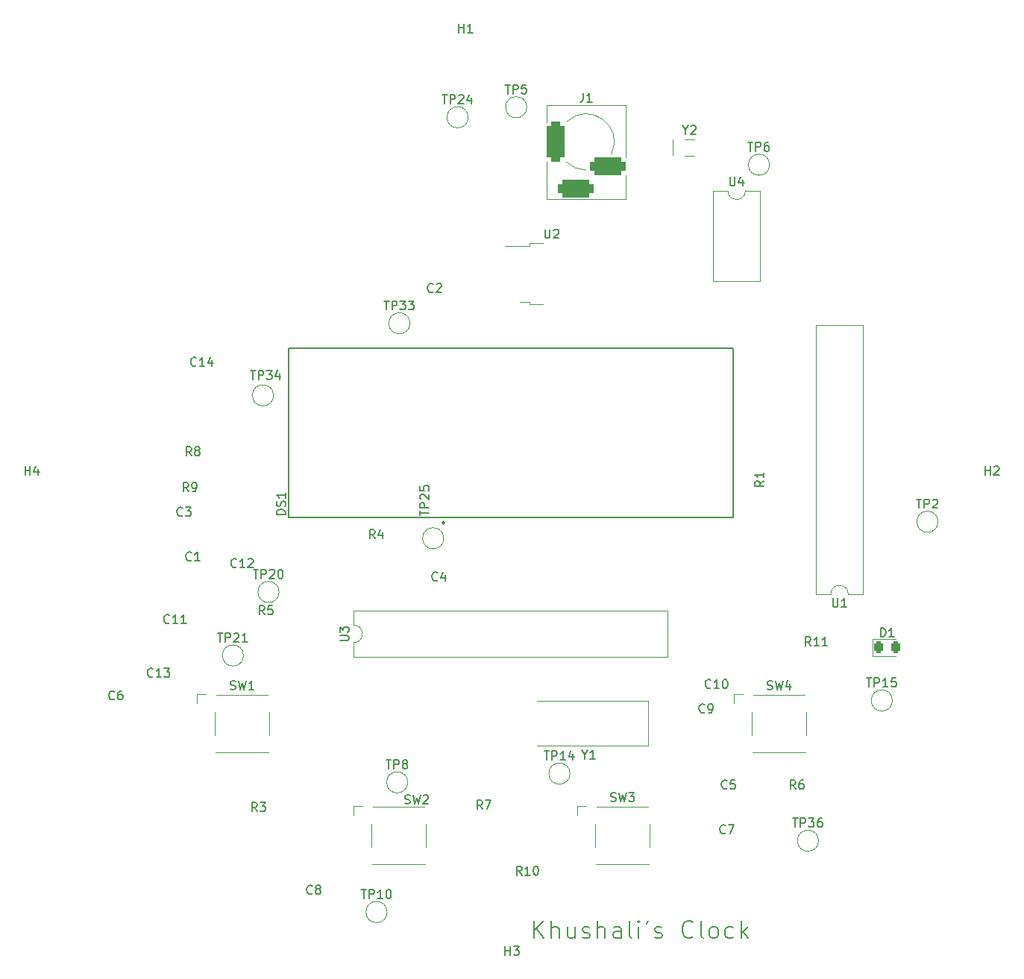
<source format=gbr>
%TF.GenerationSoftware,KiCad,Pcbnew,(6.0.5)*%
%TF.CreationDate,2022-07-22T15:05:17-04:00*%
%TF.ProjectId,circle_clock_design,63697263-6c65-45f6-936c-6f636b5f6465,rev?*%
%TF.SameCoordinates,PX56cacc8PY97b5f08*%
%TF.FileFunction,Legend,Top*%
%TF.FilePolarity,Positive*%
%FSLAX46Y46*%
G04 Gerber Fmt 4.6, Leading zero omitted, Abs format (unit mm)*
G04 Created by KiCad (PCBNEW (6.0.5)) date 2022-07-22 15:05:17*
%MOMM*%
%LPD*%
G01*
G04 APERTURE LIST*
G04 Aperture macros list*
%AMRoundRect*
0 Rectangle with rounded corners*
0 $1 Rounding radius*
0 $2 $3 $4 $5 $6 $7 $8 $9 X,Y pos of 4 corners*
0 Add a 4 corners polygon primitive as box body*
4,1,4,$2,$3,$4,$5,$6,$7,$8,$9,$2,$3,0*
0 Add four circle primitives for the rounded corners*
1,1,$1+$1,$2,$3*
1,1,$1+$1,$4,$5*
1,1,$1+$1,$6,$7*
1,1,$1+$1,$8,$9*
0 Add four rect primitives between the rounded corners*
20,1,$1+$1,$2,$3,$4,$5,0*
20,1,$1+$1,$4,$5,$6,$7,0*
20,1,$1+$1,$6,$7,$8,$9,0*
20,1,$1+$1,$8,$9,$2,$3,0*%
G04 Aperture macros list end*
%ADD10C,0.150000*%
%ADD11C,0.120000*%
%ADD12C,0.250000*%
%ADD13C,3.200000*%
%ADD14C,2.000000*%
%ADD15R,1.600000X1.600000*%
%ADD16O,1.600000X1.600000*%
%ADD17R,1.600000X1.400000*%
%ADD18R,1.150000X1.400000*%
%ADD19R,1.000000X1.800000*%
%ADD20R,4.500000X2.000000*%
%ADD21RoundRect,0.243750X-0.243750X-0.456250X0.243750X-0.456250X0.243750X0.456250X-0.243750X0.456250X0*%
%ADD22RoundRect,0.500000X0.500000X-1.750000X0.500000X1.750000X-0.500000X1.750000X-0.500000X-1.750000X0*%
%ADD23RoundRect,0.500000X-1.500000X-0.500000X1.500000X-0.500000X1.500000X0.500000X-1.500000X0.500000X0*%
%ADD24R,2.200000X1.200000*%
%ADD25R,6.400000X5.800000*%
%ADD26R,1.400000X1.150000*%
%ADD27R,1.400000X1.400000*%
%ADD28C,1.400000*%
%ADD29R,1.700000X1.700000*%
%ADD30O,1.700000X1.700000*%
%ADD31R,3.000000X3.000000*%
%ADD32C,3.000000*%
G04 APERTURE END LIST*
D10*
X61488561Y10220439D02*
X61488561Y12220439D01*
X62631419Y10220439D02*
X61774276Y11363296D01*
X62631419Y12220439D02*
X61488561Y11077581D01*
X63488561Y10220439D02*
X63488561Y12220439D01*
X64345704Y10220439D02*
X64345704Y11268058D01*
X64250466Y11458534D01*
X64059990Y11553772D01*
X63774276Y11553772D01*
X63583800Y11458534D01*
X63488561Y11363296D01*
X66155228Y11553772D02*
X66155228Y10220439D01*
X65298085Y11553772D02*
X65298085Y10506153D01*
X65393323Y10315677D01*
X65583800Y10220439D01*
X65869514Y10220439D01*
X66059990Y10315677D01*
X66155228Y10410915D01*
X67012371Y10315677D02*
X67202847Y10220439D01*
X67583800Y10220439D01*
X67774276Y10315677D01*
X67869514Y10506153D01*
X67869514Y10601391D01*
X67774276Y10791867D01*
X67583800Y10887105D01*
X67298085Y10887105D01*
X67107609Y10982343D01*
X67012371Y11172820D01*
X67012371Y11268058D01*
X67107609Y11458534D01*
X67298085Y11553772D01*
X67583800Y11553772D01*
X67774276Y11458534D01*
X68726657Y10220439D02*
X68726657Y12220439D01*
X69583800Y10220439D02*
X69583800Y11268058D01*
X69488561Y11458534D01*
X69298085Y11553772D01*
X69012371Y11553772D01*
X68821895Y11458534D01*
X68726657Y11363296D01*
X71393323Y10220439D02*
X71393323Y11268058D01*
X71298085Y11458534D01*
X71107609Y11553772D01*
X70726657Y11553772D01*
X70536180Y11458534D01*
X71393323Y10315677D02*
X71202847Y10220439D01*
X70726657Y10220439D01*
X70536180Y10315677D01*
X70440942Y10506153D01*
X70440942Y10696629D01*
X70536180Y10887105D01*
X70726657Y10982343D01*
X71202847Y10982343D01*
X71393323Y11077581D01*
X72631419Y10220439D02*
X72440942Y10315677D01*
X72345704Y10506153D01*
X72345704Y12220439D01*
X73393323Y10220439D02*
X73393323Y11553772D01*
X73393323Y12220439D02*
X73298085Y12125200D01*
X73393323Y12029962D01*
X73488561Y12125200D01*
X73393323Y12220439D01*
X73393323Y12029962D01*
X74440942Y12220439D02*
X74250466Y11839486D01*
X75202847Y10315677D02*
X75393323Y10220439D01*
X75774276Y10220439D01*
X75964752Y10315677D01*
X76059990Y10506153D01*
X76059990Y10601391D01*
X75964752Y10791867D01*
X75774276Y10887105D01*
X75488561Y10887105D01*
X75298085Y10982343D01*
X75202847Y11172820D01*
X75202847Y11268058D01*
X75298085Y11458534D01*
X75488561Y11553772D01*
X75774276Y11553772D01*
X75964752Y11458534D01*
X79583800Y10410915D02*
X79488561Y10315677D01*
X79202847Y10220439D01*
X79012371Y10220439D01*
X78726657Y10315677D01*
X78536180Y10506153D01*
X78440942Y10696629D01*
X78345704Y11077581D01*
X78345704Y11363296D01*
X78440942Y11744248D01*
X78536180Y11934724D01*
X78726657Y12125200D01*
X79012371Y12220439D01*
X79202847Y12220439D01*
X79488561Y12125200D01*
X79583800Y12029962D01*
X80726657Y10220439D02*
X80536180Y10315677D01*
X80440942Y10506153D01*
X80440942Y12220439D01*
X81774276Y10220439D02*
X81583800Y10315677D01*
X81488561Y10410915D01*
X81393323Y10601391D01*
X81393323Y11172820D01*
X81488561Y11363296D01*
X81583800Y11458534D01*
X81774276Y11553772D01*
X82059990Y11553772D01*
X82250466Y11458534D01*
X82345704Y11363296D01*
X82440942Y11172820D01*
X82440942Y10601391D01*
X82345704Y10410915D01*
X82250466Y10315677D01*
X82059990Y10220439D01*
X81774276Y10220439D01*
X84155228Y10315677D02*
X83964752Y10220439D01*
X83583800Y10220439D01*
X83393323Y10315677D01*
X83298085Y10410915D01*
X83202847Y10601391D01*
X83202847Y11172820D01*
X83298085Y11363296D01*
X83393323Y11458534D01*
X83583800Y11553772D01*
X83964752Y11553772D01*
X84155228Y11458534D01*
X85012371Y10220439D02*
X85012371Y12220439D01*
X85202847Y10982343D02*
X85774276Y10220439D01*
X85774276Y11553772D02*
X85012371Y10791867D01*
%TO.C,H4*%
X3729895Y62827820D02*
X3729895Y63827820D01*
X3729895Y63351629D02*
X4301323Y63351629D01*
X4301323Y62827820D02*
X4301323Y63827820D01*
X5206085Y63494486D02*
X5206085Y62827820D01*
X4967990Y63875439D02*
X4729895Y63161153D01*
X5348942Y63161153D01*
%TO.C,TP14*%
X62650904Y31476220D02*
X63222333Y31476220D01*
X62936619Y30476220D02*
X62936619Y31476220D01*
X63555666Y30476220D02*
X63555666Y31476220D01*
X63936619Y31476220D01*
X64031857Y31428600D01*
X64079476Y31380981D01*
X64127095Y31285743D01*
X64127095Y31142886D01*
X64079476Y31047648D01*
X64031857Y31000029D01*
X63936619Y30952410D01*
X63555666Y30952410D01*
X65079476Y30476220D02*
X64508047Y30476220D01*
X64793761Y30476220D02*
X64793761Y31476220D01*
X64698523Y31333362D01*
X64603285Y31238124D01*
X64508047Y31190505D01*
X65936619Y31142886D02*
X65936619Y30476220D01*
X65698523Y31523839D02*
X65460428Y30809553D01*
X66079476Y30809553D01*
%TO.C,TP36*%
X90870304Y23856220D02*
X91441733Y23856220D01*
X91156019Y22856220D02*
X91156019Y23856220D01*
X91775066Y22856220D02*
X91775066Y23856220D01*
X92156019Y23856220D01*
X92251257Y23808600D01*
X92298876Y23760981D01*
X92346495Y23665743D01*
X92346495Y23522886D01*
X92298876Y23427648D01*
X92251257Y23380029D01*
X92156019Y23332410D01*
X91775066Y23332410D01*
X92679828Y23856220D02*
X93298876Y23856220D01*
X92965542Y23475267D01*
X93108400Y23475267D01*
X93203638Y23427648D01*
X93251257Y23380029D01*
X93298876Y23284791D01*
X93298876Y23046696D01*
X93251257Y22951458D01*
X93203638Y22903839D01*
X93108400Y22856220D01*
X92822685Y22856220D01*
X92727447Y22903839D01*
X92679828Y22951458D01*
X94156019Y23856220D02*
X93965542Y23856220D01*
X93870304Y23808600D01*
X93822685Y23760981D01*
X93727447Y23618124D01*
X93679828Y23427648D01*
X93679828Y23046696D01*
X93727447Y22951458D01*
X93775066Y22903839D01*
X93870304Y22856220D01*
X94060780Y22856220D01*
X94156019Y22903839D01*
X94203638Y22951458D01*
X94251257Y23046696D01*
X94251257Y23284791D01*
X94203638Y23380029D01*
X94156019Y23427648D01*
X94060780Y23475267D01*
X93870304Y23475267D01*
X93775066Y23427648D01*
X93727447Y23380029D01*
X93679828Y23284791D01*
%TO.C,U4*%
X83743895Y96669820D02*
X83743895Y95860296D01*
X83791514Y95765058D01*
X83839133Y95717439D01*
X83934371Y95669820D01*
X84124847Y95669820D01*
X84220085Y95717439D01*
X84267704Y95765058D01*
X84315323Y95860296D01*
X84315323Y96669820D01*
X85220085Y96336486D02*
X85220085Y95669820D01*
X84981990Y96717439D02*
X84743895Y96003153D01*
X85362942Y96003153D01*
%TO.C,SW4*%
X87998466Y38515439D02*
X88141323Y38467820D01*
X88379419Y38467820D01*
X88474657Y38515439D01*
X88522276Y38563058D01*
X88569895Y38658296D01*
X88569895Y38753534D01*
X88522276Y38848772D01*
X88474657Y38896391D01*
X88379419Y38944010D01*
X88188942Y38991629D01*
X88093704Y39039248D01*
X88046085Y39086867D01*
X87998466Y39182105D01*
X87998466Y39277343D01*
X88046085Y39372581D01*
X88093704Y39420200D01*
X88188942Y39467820D01*
X88427038Y39467820D01*
X88569895Y39420200D01*
X88903228Y39467820D02*
X89141323Y38467820D01*
X89331800Y39182105D01*
X89522276Y38467820D01*
X89760371Y39467820D01*
X90569895Y39134486D02*
X90569895Y38467820D01*
X90331800Y39515439D02*
X90093704Y38801153D01*
X90712752Y38801153D01*
%TO.C,R11*%
X92918942Y43437820D02*
X92585609Y43914010D01*
X92347514Y43437820D02*
X92347514Y44437820D01*
X92728466Y44437820D01*
X92823704Y44390200D01*
X92871323Y44342581D01*
X92918942Y44247343D01*
X92918942Y44104486D01*
X92871323Y44009248D01*
X92823704Y43961629D01*
X92728466Y43914010D01*
X92347514Y43914010D01*
X93871323Y43437820D02*
X93299895Y43437820D01*
X93585609Y43437820D02*
X93585609Y44437820D01*
X93490371Y44294962D01*
X93395133Y44199724D01*
X93299895Y44152105D01*
X94823704Y43437820D02*
X94252276Y43437820D01*
X94537990Y43437820D02*
X94537990Y44437820D01*
X94442752Y44294962D01*
X94347514Y44199724D01*
X94252276Y44152105D01*
%TO.C,U3*%
X39474180Y44028296D02*
X40283704Y44028296D01*
X40378942Y44075915D01*
X40426561Y44123534D01*
X40474180Y44218772D01*
X40474180Y44409248D01*
X40426561Y44504486D01*
X40378942Y44552105D01*
X40283704Y44599724D01*
X39474180Y44599724D01*
X39474180Y44980677D02*
X39474180Y45599724D01*
X39855133Y45266391D01*
X39855133Y45409248D01*
X39902752Y45504486D01*
X39950371Y45552105D01*
X40045609Y45599724D01*
X40283704Y45599724D01*
X40378942Y45552105D01*
X40426561Y45504486D01*
X40474180Y45409248D01*
X40474180Y45123534D01*
X40426561Y45028296D01*
X40378942Y44980677D01*
%TO.C,C6*%
X13867733Y37411658D02*
X13820114Y37364039D01*
X13677257Y37316420D01*
X13582019Y37316420D01*
X13439161Y37364039D01*
X13343923Y37459277D01*
X13296304Y37554515D01*
X13248685Y37744991D01*
X13248685Y37887848D01*
X13296304Y38078324D01*
X13343923Y38173562D01*
X13439161Y38268800D01*
X13582019Y38316420D01*
X13677257Y38316420D01*
X13820114Y38268800D01*
X13867733Y38221181D01*
X14724876Y38316420D02*
X14534400Y38316420D01*
X14439161Y38268800D01*
X14391542Y38221181D01*
X14296304Y38078324D01*
X14248685Y37887848D01*
X14248685Y37506896D01*
X14296304Y37411658D01*
X14343923Y37364039D01*
X14439161Y37316420D01*
X14629638Y37316420D01*
X14724876Y37364039D01*
X14772495Y37411658D01*
X14820114Y37506896D01*
X14820114Y37744991D01*
X14772495Y37840229D01*
X14724876Y37887848D01*
X14629638Y37935467D01*
X14439161Y37935467D01*
X14343923Y37887848D01*
X14296304Y37840229D01*
X14248685Y37744991D01*
%TO.C,Y2*%
X78695609Y101999010D02*
X78695609Y101522820D01*
X78362276Y102522820D02*
X78695609Y101999010D01*
X79028942Y102522820D01*
X79314657Y102427581D02*
X79362276Y102475200D01*
X79457514Y102522820D01*
X79695609Y102522820D01*
X79790847Y102475200D01*
X79838466Y102427581D01*
X79886085Y102332343D01*
X79886085Y102237105D01*
X79838466Y102094248D01*
X79267038Y101522820D01*
X79886085Y101522820D01*
%TO.C,C4*%
X50557133Y50901058D02*
X50509514Y50853439D01*
X50366657Y50805820D01*
X50271419Y50805820D01*
X50128561Y50853439D01*
X50033323Y50948677D01*
X49985704Y51043915D01*
X49938085Y51234391D01*
X49938085Y51377248D01*
X49985704Y51567724D01*
X50033323Y51662962D01*
X50128561Y51758200D01*
X50271419Y51805820D01*
X50366657Y51805820D01*
X50509514Y51758200D01*
X50557133Y51710581D01*
X51414276Y51472486D02*
X51414276Y50805820D01*
X51176180Y51853439D02*
X50938085Y51139153D01*
X51557133Y51139153D01*
%TO.C,TP15*%
X99252304Y39782020D02*
X99823733Y39782020D01*
X99538019Y38782020D02*
X99538019Y39782020D01*
X100157066Y38782020D02*
X100157066Y39782020D01*
X100538019Y39782020D01*
X100633257Y39734400D01*
X100680876Y39686781D01*
X100728495Y39591543D01*
X100728495Y39448686D01*
X100680876Y39353448D01*
X100633257Y39305829D01*
X100538019Y39258210D01*
X100157066Y39258210D01*
X101680876Y38782020D02*
X101109447Y38782020D01*
X101395161Y38782020D02*
X101395161Y39782020D01*
X101299923Y39639162D01*
X101204685Y39543924D01*
X101109447Y39496305D01*
X102585638Y39782020D02*
X102109447Y39782020D01*
X102061828Y39305829D01*
X102109447Y39353448D01*
X102204685Y39401067D01*
X102442780Y39401067D01*
X102538019Y39353448D01*
X102585638Y39305829D01*
X102633257Y39210591D01*
X102633257Y38972496D01*
X102585638Y38877258D01*
X102538019Y38829639D01*
X102442780Y38782020D01*
X102204685Y38782020D01*
X102109447Y38829639D01*
X102061828Y38877258D01*
%TO.C,Y1*%
X67265609Y31094010D02*
X67265609Y30617820D01*
X66932276Y31617820D02*
X67265609Y31094010D01*
X67598942Y31617820D01*
X68456085Y30617820D02*
X67884657Y30617820D01*
X68170371Y30617820D02*
X68170371Y31617820D01*
X68075133Y31474962D01*
X67979895Y31379724D01*
X67884657Y31332105D01*
%TO.C,R10*%
X60113942Y17402820D02*
X59780609Y17879010D01*
X59542514Y17402820D02*
X59542514Y18402820D01*
X59923466Y18402820D01*
X60018704Y18355200D01*
X60066323Y18307581D01*
X60113942Y18212343D01*
X60113942Y18069486D01*
X60066323Y17974248D01*
X60018704Y17926629D01*
X59923466Y17879010D01*
X59542514Y17879010D01*
X61066323Y17402820D02*
X60494895Y17402820D01*
X60780609Y17402820D02*
X60780609Y18402820D01*
X60685371Y18259962D01*
X60590133Y18164724D01*
X60494895Y18117105D01*
X61685371Y18402820D02*
X61780609Y18402820D01*
X61875847Y18355200D01*
X61923466Y18307581D01*
X61971085Y18212343D01*
X62018704Y18021867D01*
X62018704Y17783772D01*
X61971085Y17593296D01*
X61923466Y17498058D01*
X61875847Y17450439D01*
X61780609Y17402820D01*
X61685371Y17402820D01*
X61590133Y17450439D01*
X61542514Y17498058D01*
X61494895Y17593296D01*
X61447276Y17783772D01*
X61447276Y18021867D01*
X61494895Y18212343D01*
X61542514Y18307581D01*
X61590133Y18355200D01*
X61685371Y18402820D01*
%TO.C,R7*%
X55637133Y24897820D02*
X55303800Y25374010D01*
X55065704Y24897820D02*
X55065704Y25897820D01*
X55446657Y25897820D01*
X55541895Y25850200D01*
X55589514Y25802581D01*
X55637133Y25707343D01*
X55637133Y25564486D01*
X55589514Y25469248D01*
X55541895Y25421629D01*
X55446657Y25374010D01*
X55065704Y25374010D01*
X55970466Y25897820D02*
X56637133Y25897820D01*
X56208561Y24897820D01*
%TO.C,TP21*%
X25592304Y44887420D02*
X26163733Y44887420D01*
X25878019Y43887420D02*
X25878019Y44887420D01*
X26497066Y43887420D02*
X26497066Y44887420D01*
X26878019Y44887420D01*
X26973257Y44839800D01*
X27020876Y44792181D01*
X27068495Y44696943D01*
X27068495Y44554086D01*
X27020876Y44458848D01*
X26973257Y44411229D01*
X26878019Y44363610D01*
X26497066Y44363610D01*
X27449447Y44792181D02*
X27497066Y44839800D01*
X27592304Y44887420D01*
X27830400Y44887420D01*
X27925638Y44839800D01*
X27973257Y44792181D01*
X28020876Y44696943D01*
X28020876Y44601705D01*
X27973257Y44458848D01*
X27401828Y43887420D01*
X28020876Y43887420D01*
X28973257Y43887420D02*
X28401828Y43887420D01*
X28687542Y43887420D02*
X28687542Y44887420D01*
X28592304Y44744562D01*
X28497066Y44649324D01*
X28401828Y44601705D01*
%TO.C,TP20*%
X29630904Y52101020D02*
X30202333Y52101020D01*
X29916619Y51101020D02*
X29916619Y52101020D01*
X30535666Y51101020D02*
X30535666Y52101020D01*
X30916619Y52101020D01*
X31011857Y52053400D01*
X31059476Y52005781D01*
X31107095Y51910543D01*
X31107095Y51767686D01*
X31059476Y51672448D01*
X31011857Y51624829D01*
X30916619Y51577210D01*
X30535666Y51577210D01*
X31488047Y52005781D02*
X31535666Y52053400D01*
X31630904Y52101020D01*
X31869000Y52101020D01*
X31964238Y52053400D01*
X32011857Y52005781D01*
X32059476Y51910543D01*
X32059476Y51815305D01*
X32011857Y51672448D01*
X31440428Y51101020D01*
X32059476Y51101020D01*
X32678523Y52101020D02*
X32773761Y52101020D01*
X32869000Y52053400D01*
X32916619Y52005781D01*
X32964238Y51910543D01*
X33011857Y51720067D01*
X33011857Y51481972D01*
X32964238Y51291496D01*
X32916619Y51196258D01*
X32869000Y51148639D01*
X32773761Y51101020D01*
X32678523Y51101020D01*
X32583285Y51148639D01*
X32535666Y51196258D01*
X32488047Y51291496D01*
X32440428Y51481972D01*
X32440428Y51720067D01*
X32488047Y51910543D01*
X32535666Y52005781D01*
X32583285Y52053400D01*
X32678523Y52101020D01*
%TO.C,TP10*%
X41899104Y15753620D02*
X42470533Y15753620D01*
X42184819Y14753620D02*
X42184819Y15753620D01*
X42803866Y14753620D02*
X42803866Y15753620D01*
X43184819Y15753620D01*
X43280057Y15706000D01*
X43327676Y15658381D01*
X43375295Y15563143D01*
X43375295Y15420286D01*
X43327676Y15325048D01*
X43280057Y15277429D01*
X43184819Y15229810D01*
X42803866Y15229810D01*
X44327676Y14753620D02*
X43756247Y14753620D01*
X44041961Y14753620D02*
X44041961Y15753620D01*
X43946723Y15610762D01*
X43851485Y15515524D01*
X43756247Y15467905D01*
X44946723Y15753620D02*
X45041961Y15753620D01*
X45137200Y15706000D01*
X45184819Y15658381D01*
X45232438Y15563143D01*
X45280057Y15372667D01*
X45280057Y15134572D01*
X45232438Y14944096D01*
X45184819Y14848858D01*
X45137200Y14801239D01*
X45041961Y14753620D01*
X44946723Y14753620D01*
X44851485Y14801239D01*
X44803866Y14848858D01*
X44756247Y14944096D01*
X44708628Y15134572D01*
X44708628Y15372667D01*
X44756247Y15563143D01*
X44803866Y15658381D01*
X44851485Y15706000D01*
X44946723Y15753620D01*
%TO.C,D1*%
X100864204Y44453820D02*
X100864204Y45453820D01*
X101102300Y45453820D01*
X101245157Y45406200D01*
X101340395Y45310962D01*
X101388014Y45215724D01*
X101435633Y45025248D01*
X101435633Y44882391D01*
X101388014Y44691915D01*
X101340395Y44596677D01*
X101245157Y44501439D01*
X101102300Y44453820D01*
X100864204Y44453820D01*
X102388014Y44453820D02*
X101816585Y44453820D01*
X102102300Y44453820D02*
X102102300Y45453820D01*
X102007061Y45310962D01*
X101911823Y45215724D01*
X101816585Y45168105D01*
%TO.C,TP8*%
X44712095Y30485620D02*
X45283523Y30485620D01*
X44997809Y29485620D02*
X44997809Y30485620D01*
X45616857Y29485620D02*
X45616857Y30485620D01*
X45997809Y30485620D01*
X46093047Y30438000D01*
X46140666Y30390381D01*
X46188285Y30295143D01*
X46188285Y30152286D01*
X46140666Y30057048D01*
X46093047Y30009429D01*
X45997809Y29961810D01*
X45616857Y29961810D01*
X46759714Y30057048D02*
X46664476Y30104667D01*
X46616857Y30152286D01*
X46569238Y30247524D01*
X46569238Y30295143D01*
X46616857Y30390381D01*
X46664476Y30438000D01*
X46759714Y30485620D01*
X46950190Y30485620D01*
X47045428Y30438000D01*
X47093047Y30390381D01*
X47140666Y30295143D01*
X47140666Y30247524D01*
X47093047Y30152286D01*
X47045428Y30104667D01*
X46950190Y30057048D01*
X46759714Y30057048D01*
X46664476Y30009429D01*
X46616857Y29961810D01*
X46569238Y29866572D01*
X46569238Y29676096D01*
X46616857Y29580858D01*
X46664476Y29533239D01*
X46759714Y29485620D01*
X46950190Y29485620D01*
X47045428Y29533239D01*
X47093047Y29580858D01*
X47140666Y29676096D01*
X47140666Y29866572D01*
X47093047Y29961810D01*
X47045428Y30009429D01*
X46950190Y30057048D01*
%TO.C,SW1*%
X27038466Y38515439D02*
X27181323Y38467820D01*
X27419419Y38467820D01*
X27514657Y38515439D01*
X27562276Y38563058D01*
X27609895Y38658296D01*
X27609895Y38753534D01*
X27562276Y38848772D01*
X27514657Y38896391D01*
X27419419Y38944010D01*
X27228942Y38991629D01*
X27133704Y39039248D01*
X27086085Y39086867D01*
X27038466Y39182105D01*
X27038466Y39277343D01*
X27086085Y39372581D01*
X27133704Y39420200D01*
X27228942Y39467820D01*
X27467038Y39467820D01*
X27609895Y39420200D01*
X27943228Y39467820D02*
X28181323Y38467820D01*
X28371800Y39182105D01*
X28562276Y38467820D01*
X28800371Y39467820D01*
X29705133Y38467820D02*
X29133704Y38467820D01*
X29419419Y38467820D02*
X29419419Y39467820D01*
X29324180Y39324962D01*
X29228942Y39229724D01*
X29133704Y39182105D01*
%TO.C,C11*%
X20108942Y46073058D02*
X20061323Y46025439D01*
X19918466Y45977820D01*
X19823228Y45977820D01*
X19680371Y46025439D01*
X19585133Y46120677D01*
X19537514Y46215915D01*
X19489895Y46406391D01*
X19489895Y46549248D01*
X19537514Y46739724D01*
X19585133Y46834962D01*
X19680371Y46930200D01*
X19823228Y46977820D01*
X19918466Y46977820D01*
X20061323Y46930200D01*
X20108942Y46882581D01*
X21061323Y45977820D02*
X20489895Y45977820D01*
X20775609Y45977820D02*
X20775609Y46977820D01*
X20680371Y46834962D01*
X20585133Y46739724D01*
X20489895Y46692105D01*
X22013704Y45977820D02*
X21442276Y45977820D01*
X21727990Y45977820D02*
X21727990Y46977820D01*
X21632752Y46834962D01*
X21537514Y46739724D01*
X21442276Y46692105D01*
%TO.C,H2*%
X112729895Y62827820D02*
X112729895Y63827820D01*
X112729895Y63351629D02*
X113301323Y63351629D01*
X113301323Y62827820D02*
X113301323Y63827820D01*
X113729895Y63732581D02*
X113777514Y63780200D01*
X113872752Y63827820D01*
X114110847Y63827820D01*
X114206085Y63780200D01*
X114253704Y63732581D01*
X114301323Y63637343D01*
X114301323Y63542105D01*
X114253704Y63399248D01*
X113682276Y62827820D01*
X114301323Y62827820D01*
%TO.C,C8*%
X36333133Y15341058D02*
X36285514Y15293439D01*
X36142657Y15245820D01*
X36047419Y15245820D01*
X35904561Y15293439D01*
X35809323Y15388677D01*
X35761704Y15483915D01*
X35714085Y15674391D01*
X35714085Y15817248D01*
X35761704Y16007724D01*
X35809323Y16102962D01*
X35904561Y16198200D01*
X36047419Y16245820D01*
X36142657Y16245820D01*
X36285514Y16198200D01*
X36333133Y16150581D01*
X36904561Y15817248D02*
X36809323Y15864867D01*
X36761704Y15912486D01*
X36714085Y16007724D01*
X36714085Y16055343D01*
X36761704Y16150581D01*
X36809323Y16198200D01*
X36904561Y16245820D01*
X37095038Y16245820D01*
X37190276Y16198200D01*
X37237895Y16150581D01*
X37285514Y16055343D01*
X37285514Y16007724D01*
X37237895Y15912486D01*
X37190276Y15864867D01*
X37095038Y15817248D01*
X36904561Y15817248D01*
X36809323Y15769629D01*
X36761704Y15722010D01*
X36714085Y15626772D01*
X36714085Y15436296D01*
X36761704Y15341058D01*
X36809323Y15293439D01*
X36904561Y15245820D01*
X37095038Y15245820D01*
X37190276Y15293439D01*
X37237895Y15341058D01*
X37285514Y15436296D01*
X37285514Y15626772D01*
X37237895Y15722010D01*
X37190276Y15769629D01*
X37095038Y15817248D01*
%TO.C,SW2*%
X46850466Y25554039D02*
X46993323Y25506420D01*
X47231419Y25506420D01*
X47326657Y25554039D01*
X47374276Y25601658D01*
X47421895Y25696896D01*
X47421895Y25792134D01*
X47374276Y25887372D01*
X47326657Y25934991D01*
X47231419Y25982610D01*
X47040942Y26030229D01*
X46945704Y26077848D01*
X46898085Y26125467D01*
X46850466Y26220705D01*
X46850466Y26315943D01*
X46898085Y26411181D01*
X46945704Y26458800D01*
X47040942Y26506420D01*
X47279038Y26506420D01*
X47421895Y26458800D01*
X47755228Y26506420D02*
X47993323Y25506420D01*
X48183800Y26220705D01*
X48374276Y25506420D01*
X48612371Y26506420D01*
X48945704Y26411181D02*
X48993323Y26458800D01*
X49088561Y26506420D01*
X49326657Y26506420D01*
X49421895Y26458800D01*
X49469514Y26411181D01*
X49517133Y26315943D01*
X49517133Y26220705D01*
X49469514Y26077848D01*
X48898085Y25506420D01*
X49517133Y25506420D01*
%TO.C,H3*%
X58229895Y8327820D02*
X58229895Y9327820D01*
X58229895Y8851629D02*
X58801323Y8851629D01*
X58801323Y8327820D02*
X58801323Y9327820D01*
X59182276Y9327820D02*
X59801323Y9327820D01*
X59467990Y8946867D01*
X59610847Y8946867D01*
X59706085Y8899248D01*
X59753704Y8851629D01*
X59801323Y8756391D01*
X59801323Y8518296D01*
X59753704Y8423058D01*
X59706085Y8375439D01*
X59610847Y8327820D01*
X59325133Y8327820D01*
X59229895Y8375439D01*
X59182276Y8423058D01*
%TO.C,SW3*%
X70218466Y25815439D02*
X70361323Y25767820D01*
X70599419Y25767820D01*
X70694657Y25815439D01*
X70742276Y25863058D01*
X70789895Y25958296D01*
X70789895Y26053534D01*
X70742276Y26148772D01*
X70694657Y26196391D01*
X70599419Y26244010D01*
X70408942Y26291629D01*
X70313704Y26339248D01*
X70266085Y26386867D01*
X70218466Y26482105D01*
X70218466Y26577343D01*
X70266085Y26672581D01*
X70313704Y26720200D01*
X70408942Y26767820D01*
X70647038Y26767820D01*
X70789895Y26720200D01*
X71123228Y26767820D02*
X71361323Y25767820D01*
X71551800Y26482105D01*
X71742276Y25767820D01*
X71980371Y26767820D01*
X72266085Y26767820D02*
X72885133Y26767820D01*
X72551800Y26386867D01*
X72694657Y26386867D01*
X72789895Y26339248D01*
X72837514Y26291629D01*
X72885133Y26196391D01*
X72885133Y25958296D01*
X72837514Y25863058D01*
X72789895Y25815439D01*
X72694657Y25767820D01*
X72408942Y25767820D01*
X72313704Y25815439D01*
X72266085Y25863058D01*
%TO.C,C2*%
X50049133Y83665058D02*
X50001514Y83617439D01*
X49858657Y83569820D01*
X49763419Y83569820D01*
X49620561Y83617439D01*
X49525323Y83712677D01*
X49477704Y83807915D01*
X49430085Y83998391D01*
X49430085Y84141248D01*
X49477704Y84331724D01*
X49525323Y84426962D01*
X49620561Y84522200D01*
X49763419Y84569820D01*
X49858657Y84569820D01*
X50001514Y84522200D01*
X50049133Y84474581D01*
X50430085Y84474581D02*
X50477704Y84522200D01*
X50572942Y84569820D01*
X50811038Y84569820D01*
X50906276Y84522200D01*
X50953895Y84474581D01*
X51001514Y84379343D01*
X51001514Y84284105D01*
X50953895Y84141248D01*
X50382466Y83569820D01*
X51001514Y83569820D01*
%TO.C,J1*%
X67098466Y106207820D02*
X67098466Y105493534D01*
X67050847Y105350677D01*
X66955609Y105255439D01*
X66812752Y105207820D01*
X66717514Y105207820D01*
X68098466Y105207820D02*
X67527038Y105207820D01*
X67812752Y105207820D02*
X67812752Y106207820D01*
X67717514Y106064962D01*
X67622276Y105969724D01*
X67527038Y105922105D01*
%TO.C,TP2*%
X104910095Y60076620D02*
X105481523Y60076620D01*
X105195809Y59076620D02*
X105195809Y60076620D01*
X105814857Y59076620D02*
X105814857Y60076620D01*
X106195809Y60076620D01*
X106291047Y60029000D01*
X106338666Y59981381D01*
X106386285Y59886143D01*
X106386285Y59743286D01*
X106338666Y59648048D01*
X106291047Y59600429D01*
X106195809Y59552810D01*
X105814857Y59552810D01*
X106767238Y59981381D02*
X106814857Y60029000D01*
X106910095Y60076620D01*
X107148190Y60076620D01*
X107243428Y60029000D01*
X107291047Y59981381D01*
X107338666Y59886143D01*
X107338666Y59790905D01*
X107291047Y59648048D01*
X106719619Y59076620D01*
X107338666Y59076620D01*
%TO.C,C10*%
X81576942Y38709058D02*
X81529323Y38661439D01*
X81386466Y38613820D01*
X81291228Y38613820D01*
X81148371Y38661439D01*
X81053133Y38756677D01*
X81005514Y38851915D01*
X80957895Y39042391D01*
X80957895Y39185248D01*
X81005514Y39375724D01*
X81053133Y39470962D01*
X81148371Y39566200D01*
X81291228Y39613820D01*
X81386466Y39613820D01*
X81529323Y39566200D01*
X81576942Y39518581D01*
X82529323Y38613820D02*
X81957895Y38613820D01*
X82243609Y38613820D02*
X82243609Y39613820D01*
X82148371Y39470962D01*
X82053133Y39375724D01*
X81957895Y39328105D01*
X83148371Y39613820D02*
X83243609Y39613820D01*
X83338847Y39566200D01*
X83386466Y39518581D01*
X83434085Y39423343D01*
X83481704Y39232867D01*
X83481704Y38994772D01*
X83434085Y38804296D01*
X83386466Y38709058D01*
X83338847Y38661439D01*
X83243609Y38613820D01*
X83148371Y38613820D01*
X83053133Y38661439D01*
X83005514Y38709058D01*
X82957895Y38804296D01*
X82910276Y38994772D01*
X82910276Y39232867D01*
X82957895Y39423343D01*
X83005514Y39518581D01*
X83053133Y39566200D01*
X83148371Y39613820D01*
%TO.C,H1*%
X52979895Y113077820D02*
X52979895Y114077820D01*
X52979895Y113601629D02*
X53551323Y113601629D01*
X53551323Y113077820D02*
X53551323Y114077820D01*
X54551323Y113077820D02*
X53979895Y113077820D01*
X54265609Y113077820D02*
X54265609Y114077820D01*
X54170371Y113934962D01*
X54075133Y113839724D01*
X53979895Y113792105D01*
%TO.C,TP6*%
X85783895Y100615020D02*
X86355323Y100615020D01*
X86069609Y99615020D02*
X86069609Y100615020D01*
X86688657Y99615020D02*
X86688657Y100615020D01*
X87069609Y100615020D01*
X87164847Y100567400D01*
X87212466Y100519781D01*
X87260085Y100424543D01*
X87260085Y100281686D01*
X87212466Y100186448D01*
X87164847Y100138829D01*
X87069609Y100091210D01*
X86688657Y100091210D01*
X88117228Y100615020D02*
X87926752Y100615020D01*
X87831514Y100567400D01*
X87783895Y100519781D01*
X87688657Y100376924D01*
X87641038Y100186448D01*
X87641038Y99805496D01*
X87688657Y99710258D01*
X87736276Y99662639D01*
X87831514Y99615020D01*
X88021990Y99615020D01*
X88117228Y99662639D01*
X88164847Y99710258D01*
X88212466Y99805496D01*
X88212466Y100043591D01*
X88164847Y100138829D01*
X88117228Y100186448D01*
X88021990Y100234067D01*
X87831514Y100234067D01*
X87736276Y100186448D01*
X87688657Y100138829D01*
X87641038Y100043591D01*
%TO.C,C14*%
X23156942Y75285058D02*
X23109323Y75237439D01*
X22966466Y75189820D01*
X22871228Y75189820D01*
X22728371Y75237439D01*
X22633133Y75332677D01*
X22585514Y75427915D01*
X22537895Y75618391D01*
X22537895Y75761248D01*
X22585514Y75951724D01*
X22633133Y76046962D01*
X22728371Y76142200D01*
X22871228Y76189820D01*
X22966466Y76189820D01*
X23109323Y76142200D01*
X23156942Y76094581D01*
X24109323Y75189820D02*
X23537895Y75189820D01*
X23823609Y75189820D02*
X23823609Y76189820D01*
X23728371Y76046962D01*
X23633133Y75951724D01*
X23537895Y75904105D01*
X24966466Y75856486D02*
X24966466Y75189820D01*
X24728371Y76237439D02*
X24490276Y75523153D01*
X25109323Y75523153D01*
%TO.C,TP24*%
X51093904Y105999820D02*
X51665333Y105999820D01*
X51379619Y104999820D02*
X51379619Y105999820D01*
X51998666Y104999820D02*
X51998666Y105999820D01*
X52379619Y105999820D01*
X52474857Y105952200D01*
X52522476Y105904581D01*
X52570095Y105809343D01*
X52570095Y105666486D01*
X52522476Y105571248D01*
X52474857Y105523629D01*
X52379619Y105476010D01*
X51998666Y105476010D01*
X52951047Y105904581D02*
X52998666Y105952200D01*
X53093904Y105999820D01*
X53332000Y105999820D01*
X53427238Y105952200D01*
X53474857Y105904581D01*
X53522476Y105809343D01*
X53522476Y105714105D01*
X53474857Y105571248D01*
X52903428Y104999820D01*
X53522476Y104999820D01*
X54379619Y105666486D02*
X54379619Y104999820D01*
X54141523Y106047439D02*
X53903428Y105333153D01*
X54522476Y105333153D01*
%TO.C,U2*%
X62744895Y90727820D02*
X62744895Y89918296D01*
X62792514Y89823058D01*
X62840133Y89775439D01*
X62935371Y89727820D01*
X63125847Y89727820D01*
X63221085Y89775439D01*
X63268704Y89823058D01*
X63316323Y89918296D01*
X63316323Y90727820D01*
X63744895Y90632581D02*
X63792514Y90680200D01*
X63887752Y90727820D01*
X64125847Y90727820D01*
X64221085Y90680200D01*
X64268704Y90632581D01*
X64316323Y90537343D01*
X64316323Y90442105D01*
X64268704Y90299248D01*
X63697276Y89727820D01*
X64316323Y89727820D01*
%TO.C,R1*%
X87599780Y62164934D02*
X87123590Y61831600D01*
X87599780Y61593505D02*
X86599780Y61593505D01*
X86599780Y61974458D01*
X86647400Y62069696D01*
X86695019Y62117315D01*
X86790257Y62164934D01*
X86933114Y62164934D01*
X87028352Y62117315D01*
X87075971Y62069696D01*
X87123590Y61974458D01*
X87123590Y61593505D01*
X87599780Y63117315D02*
X87599780Y62545886D01*
X87599780Y62831600D02*
X86599780Y62831600D01*
X86742638Y62736362D01*
X86837876Y62641124D01*
X86885495Y62545886D01*
%TO.C,R3*%
X30071133Y24641820D02*
X29737800Y25118010D01*
X29499704Y24641820D02*
X29499704Y25641820D01*
X29880657Y25641820D01*
X29975895Y25594200D01*
X30023514Y25546581D01*
X30071133Y25451343D01*
X30071133Y25308486D01*
X30023514Y25213248D01*
X29975895Y25165629D01*
X29880657Y25118010D01*
X29499704Y25118010D01*
X30404466Y25641820D02*
X31023514Y25641820D01*
X30690180Y25260867D01*
X30833038Y25260867D01*
X30928276Y25213248D01*
X30975895Y25165629D01*
X31023514Y25070391D01*
X31023514Y24832296D01*
X30975895Y24737058D01*
X30928276Y24689439D01*
X30833038Y24641820D01*
X30547323Y24641820D01*
X30452085Y24689439D01*
X30404466Y24737058D01*
%TO.C,R8*%
X22617133Y65029820D02*
X22283800Y65506010D01*
X22045704Y65029820D02*
X22045704Y66029820D01*
X22426657Y66029820D01*
X22521895Y65982200D01*
X22569514Y65934581D01*
X22617133Y65839343D01*
X22617133Y65696486D01*
X22569514Y65601248D01*
X22521895Y65553629D01*
X22426657Y65506010D01*
X22045704Y65506010D01*
X23188561Y65601248D02*
X23093323Y65648867D01*
X23045704Y65696486D01*
X22998085Y65791724D01*
X22998085Y65839343D01*
X23045704Y65934581D01*
X23093323Y65982200D01*
X23188561Y66029820D01*
X23379038Y66029820D01*
X23474276Y65982200D01*
X23521895Y65934581D01*
X23569514Y65839343D01*
X23569514Y65791724D01*
X23521895Y65696486D01*
X23474276Y65648867D01*
X23379038Y65601248D01*
X23188561Y65601248D01*
X23093323Y65553629D01*
X23045704Y65506010D01*
X22998085Y65410772D01*
X22998085Y65220296D01*
X23045704Y65125058D01*
X23093323Y65077439D01*
X23188561Y65029820D01*
X23379038Y65029820D01*
X23474276Y65077439D01*
X23521895Y65125058D01*
X23569514Y65220296D01*
X23569514Y65410772D01*
X23521895Y65506010D01*
X23474276Y65553629D01*
X23379038Y65601248D01*
%TO.C,C7*%
X83235133Y22197058D02*
X83187514Y22149439D01*
X83044657Y22101820D01*
X82949419Y22101820D01*
X82806561Y22149439D01*
X82711323Y22244677D01*
X82663704Y22339915D01*
X82616085Y22530391D01*
X82616085Y22673248D01*
X82663704Y22863724D01*
X82711323Y22958962D01*
X82806561Y23054200D01*
X82949419Y23101820D01*
X83044657Y23101820D01*
X83187514Y23054200D01*
X83235133Y23006581D01*
X83568466Y23101820D02*
X84235133Y23101820D01*
X83806561Y22101820D01*
%TO.C,R4*%
X43445133Y55629820D02*
X43111800Y56106010D01*
X42873704Y55629820D02*
X42873704Y56629820D01*
X43254657Y56629820D01*
X43349895Y56582200D01*
X43397514Y56534581D01*
X43445133Y56439343D01*
X43445133Y56296486D01*
X43397514Y56201248D01*
X43349895Y56153629D01*
X43254657Y56106010D01*
X42873704Y56106010D01*
X44302276Y56296486D02*
X44302276Y55629820D01*
X44064180Y56677439D02*
X43826085Y55963153D01*
X44445133Y55963153D01*
%TO.C,R5*%
X30911133Y46993820D02*
X30577800Y47470010D01*
X30339704Y46993820D02*
X30339704Y47993820D01*
X30720657Y47993820D01*
X30815895Y47946200D01*
X30863514Y47898581D01*
X30911133Y47803343D01*
X30911133Y47660486D01*
X30863514Y47565248D01*
X30815895Y47517629D01*
X30720657Y47470010D01*
X30339704Y47470010D01*
X31815895Y47993820D02*
X31339704Y47993820D01*
X31292085Y47517629D01*
X31339704Y47565248D01*
X31434942Y47612867D01*
X31673038Y47612867D01*
X31768276Y47565248D01*
X31815895Y47517629D01*
X31863514Y47422391D01*
X31863514Y47184296D01*
X31815895Y47089058D01*
X31768276Y47041439D01*
X31673038Y46993820D01*
X31434942Y46993820D01*
X31339704Y47041439D01*
X31292085Y47089058D01*
%TO.C,C3*%
X21601133Y58265058D02*
X21553514Y58217439D01*
X21410657Y58169820D01*
X21315419Y58169820D01*
X21172561Y58217439D01*
X21077323Y58312677D01*
X21029704Y58407915D01*
X20982085Y58598391D01*
X20982085Y58741248D01*
X21029704Y58931724D01*
X21077323Y59026962D01*
X21172561Y59122200D01*
X21315419Y59169820D01*
X21410657Y59169820D01*
X21553514Y59122200D01*
X21601133Y59074581D01*
X21934466Y59169820D02*
X22553514Y59169820D01*
X22220180Y58788867D01*
X22363038Y58788867D01*
X22458276Y58741248D01*
X22505895Y58693629D01*
X22553514Y58598391D01*
X22553514Y58360296D01*
X22505895Y58265058D01*
X22458276Y58217439D01*
X22363038Y58169820D01*
X22077323Y58169820D01*
X21982085Y58217439D01*
X21934466Y58265058D01*
%TO.C,R6*%
X91197133Y27181820D02*
X90863800Y27658010D01*
X90625704Y27181820D02*
X90625704Y28181820D01*
X91006657Y28181820D01*
X91101895Y28134200D01*
X91149514Y28086581D01*
X91197133Y27991343D01*
X91197133Y27848486D01*
X91149514Y27753248D01*
X91101895Y27705629D01*
X91006657Y27658010D01*
X90625704Y27658010D01*
X92054276Y28181820D02*
X91863800Y28181820D01*
X91768561Y28134200D01*
X91720942Y28086581D01*
X91625704Y27943724D01*
X91578085Y27753248D01*
X91578085Y27372296D01*
X91625704Y27277058D01*
X91673323Y27229439D01*
X91768561Y27181820D01*
X91959038Y27181820D01*
X92054276Y27229439D01*
X92101895Y27277058D01*
X92149514Y27372296D01*
X92149514Y27610391D01*
X92101895Y27705629D01*
X92054276Y27753248D01*
X91959038Y27800867D01*
X91768561Y27800867D01*
X91673323Y27753248D01*
X91625704Y27705629D01*
X91578085Y27610391D01*
%TO.C,TP34*%
X29326104Y74690220D02*
X29897533Y74690220D01*
X29611819Y73690220D02*
X29611819Y74690220D01*
X30230866Y73690220D02*
X30230866Y74690220D01*
X30611819Y74690220D01*
X30707057Y74642600D01*
X30754676Y74594981D01*
X30802295Y74499743D01*
X30802295Y74356886D01*
X30754676Y74261648D01*
X30707057Y74214029D01*
X30611819Y74166410D01*
X30230866Y74166410D01*
X31135628Y74690220D02*
X31754676Y74690220D01*
X31421342Y74309267D01*
X31564200Y74309267D01*
X31659438Y74261648D01*
X31707057Y74214029D01*
X31754676Y74118791D01*
X31754676Y73880696D01*
X31707057Y73785458D01*
X31659438Y73737839D01*
X31564200Y73690220D01*
X31278485Y73690220D01*
X31183247Y73737839D01*
X31135628Y73785458D01*
X32611819Y74356886D02*
X32611819Y73690220D01*
X32373723Y74737839D02*
X32135628Y74023553D01*
X32754676Y74023553D01*
%TO.C,C1*%
X22617133Y53185058D02*
X22569514Y53137439D01*
X22426657Y53089820D01*
X22331419Y53089820D01*
X22188561Y53137439D01*
X22093323Y53232677D01*
X22045704Y53327915D01*
X21998085Y53518391D01*
X21998085Y53661248D01*
X22045704Y53851724D01*
X22093323Y53946962D01*
X22188561Y54042200D01*
X22331419Y54089820D01*
X22426657Y54089820D01*
X22569514Y54042200D01*
X22617133Y53994581D01*
X23569514Y53089820D02*
X22998085Y53089820D01*
X23283800Y53089820D02*
X23283800Y54089820D01*
X23188561Y53946962D01*
X23093323Y53851724D01*
X22998085Y53804105D01*
%TO.C,DS1*%
X33279180Y58350796D02*
X32279180Y58350796D01*
X32279180Y58588891D01*
X32326800Y58731748D01*
X32422038Y58826986D01*
X32517276Y58874605D01*
X32707752Y58922224D01*
X32850609Y58922224D01*
X33041085Y58874605D01*
X33136323Y58826986D01*
X33231561Y58731748D01*
X33279180Y58588891D01*
X33279180Y58350796D01*
X33231561Y59303177D02*
X33279180Y59446034D01*
X33279180Y59684129D01*
X33231561Y59779367D01*
X33183942Y59826986D01*
X33088704Y59874605D01*
X32993466Y59874605D01*
X32898228Y59826986D01*
X32850609Y59779367D01*
X32802990Y59684129D01*
X32755371Y59493653D01*
X32707752Y59398415D01*
X32660133Y59350796D01*
X32564895Y59303177D01*
X32469657Y59303177D01*
X32374419Y59350796D01*
X32326800Y59398415D01*
X32279180Y59493653D01*
X32279180Y59731748D01*
X32326800Y59874605D01*
X33279180Y60826986D02*
X33279180Y60255558D01*
X33279180Y60541272D02*
X32279180Y60541272D01*
X32422038Y60446034D01*
X32517276Y60350796D01*
X32564895Y60255558D01*
%TO.C,C13*%
X18242942Y39977058D02*
X18195323Y39929439D01*
X18052466Y39881820D01*
X17957228Y39881820D01*
X17814371Y39929439D01*
X17719133Y40024677D01*
X17671514Y40119915D01*
X17623895Y40310391D01*
X17623895Y40453248D01*
X17671514Y40643724D01*
X17719133Y40738962D01*
X17814371Y40834200D01*
X17957228Y40881820D01*
X18052466Y40881820D01*
X18195323Y40834200D01*
X18242942Y40786581D01*
X19195323Y39881820D02*
X18623895Y39881820D01*
X18909609Y39881820D02*
X18909609Y40881820D01*
X18814371Y40738962D01*
X18719133Y40643724D01*
X18623895Y40596105D01*
X19528657Y40881820D02*
X20147704Y40881820D01*
X19814371Y40500867D01*
X19957228Y40500867D01*
X20052466Y40453248D01*
X20100085Y40405629D01*
X20147704Y40310391D01*
X20147704Y40072296D01*
X20100085Y39977058D01*
X20052466Y39929439D01*
X19957228Y39881820D01*
X19671514Y39881820D01*
X19576276Y39929439D01*
X19528657Y39977058D01*
%TO.C,TP5*%
X58224895Y107142820D02*
X58796323Y107142820D01*
X58510609Y106142820D02*
X58510609Y107142820D01*
X59129657Y106142820D02*
X59129657Y107142820D01*
X59510609Y107142820D01*
X59605847Y107095200D01*
X59653466Y107047581D01*
X59701085Y106952343D01*
X59701085Y106809486D01*
X59653466Y106714248D01*
X59605847Y106666629D01*
X59510609Y106619010D01*
X59129657Y106619010D01*
X60605847Y107142820D02*
X60129657Y107142820D01*
X60082038Y106666629D01*
X60129657Y106714248D01*
X60224895Y106761867D01*
X60462990Y106761867D01*
X60558228Y106714248D01*
X60605847Y106666629D01*
X60653466Y106571391D01*
X60653466Y106333296D01*
X60605847Y106238058D01*
X60558228Y106190439D01*
X60462990Y106142820D01*
X60224895Y106142820D01*
X60129657Y106190439D01*
X60082038Y106238058D01*
%TO.C,U1*%
X95427895Y48834820D02*
X95427895Y48025296D01*
X95475514Y47930058D01*
X95523133Y47882439D01*
X95618371Y47834820D01*
X95808847Y47834820D01*
X95904085Y47882439D01*
X95951704Y47930058D01*
X95999323Y48025296D01*
X95999323Y48834820D01*
X96999323Y47834820D02*
X96427895Y47834820D01*
X96713609Y47834820D02*
X96713609Y48834820D01*
X96618371Y48691962D01*
X96523133Y48596724D01*
X96427895Y48549105D01*
%TO.C,C12*%
X27728942Y52425058D02*
X27681323Y52377439D01*
X27538466Y52329820D01*
X27443228Y52329820D01*
X27300371Y52377439D01*
X27205133Y52472677D01*
X27157514Y52567915D01*
X27109895Y52758391D01*
X27109895Y52901248D01*
X27157514Y53091724D01*
X27205133Y53186962D01*
X27300371Y53282200D01*
X27443228Y53329820D01*
X27538466Y53329820D01*
X27681323Y53282200D01*
X27728942Y53234581D01*
X28681323Y52329820D02*
X28109895Y52329820D01*
X28395609Y52329820D02*
X28395609Y53329820D01*
X28300371Y53186962D01*
X28205133Y53091724D01*
X28109895Y53044105D01*
X29062276Y53234581D02*
X29109895Y53282200D01*
X29205133Y53329820D01*
X29443228Y53329820D01*
X29538466Y53282200D01*
X29586085Y53234581D01*
X29633704Y53139343D01*
X29633704Y53044105D01*
X29586085Y52901248D01*
X29014657Y52329820D01*
X29633704Y52329820D01*
%TO.C,TP25*%
X48575980Y58231305D02*
X48575980Y58802734D01*
X49575980Y58517020D02*
X48575980Y58517020D01*
X49575980Y59136067D02*
X48575980Y59136067D01*
X48575980Y59517020D01*
X48623600Y59612258D01*
X48671219Y59659877D01*
X48766457Y59707496D01*
X48909314Y59707496D01*
X49004552Y59659877D01*
X49052171Y59612258D01*
X49099790Y59517020D01*
X49099790Y59136067D01*
X48671219Y60088448D02*
X48623600Y60136067D01*
X48575980Y60231305D01*
X48575980Y60469400D01*
X48623600Y60564639D01*
X48671219Y60612258D01*
X48766457Y60659877D01*
X48861695Y60659877D01*
X49004552Y60612258D01*
X49575980Y60040829D01*
X49575980Y60659877D01*
X48575980Y61564639D02*
X48575980Y61088448D01*
X49052171Y61040829D01*
X49004552Y61088448D01*
X48956933Y61183686D01*
X48956933Y61421781D01*
X49004552Y61517020D01*
X49052171Y61564639D01*
X49147409Y61612258D01*
X49385504Y61612258D01*
X49480742Y61564639D01*
X49528361Y61517020D01*
X49575980Y61421781D01*
X49575980Y61183686D01*
X49528361Y61088448D01*
X49480742Y61040829D01*
%TO.C,C5*%
X83411133Y27277058D02*
X83363514Y27229439D01*
X83220657Y27181820D01*
X83125419Y27181820D01*
X82982561Y27229439D01*
X82887323Y27324677D01*
X82839704Y27419915D01*
X82792085Y27610391D01*
X82792085Y27753248D01*
X82839704Y27943724D01*
X82887323Y28038962D01*
X82982561Y28134200D01*
X83125419Y28181820D01*
X83220657Y28181820D01*
X83363514Y28134200D01*
X83411133Y28086581D01*
X84315895Y28181820D02*
X83839704Y28181820D01*
X83792085Y27705629D01*
X83839704Y27753248D01*
X83934942Y27800867D01*
X84173038Y27800867D01*
X84268276Y27753248D01*
X84315895Y27705629D01*
X84363514Y27610391D01*
X84363514Y27372296D01*
X84315895Y27277058D01*
X84268276Y27229439D01*
X84173038Y27181820D01*
X83934942Y27181820D01*
X83839704Y27229439D01*
X83792085Y27277058D01*
%TO.C,TP33*%
X44489904Y82606420D02*
X45061333Y82606420D01*
X44775619Y81606420D02*
X44775619Y82606420D01*
X45394666Y81606420D02*
X45394666Y82606420D01*
X45775619Y82606420D01*
X45870857Y82558800D01*
X45918476Y82511181D01*
X45966095Y82415943D01*
X45966095Y82273086D01*
X45918476Y82177848D01*
X45870857Y82130229D01*
X45775619Y82082610D01*
X45394666Y82082610D01*
X46299428Y82606420D02*
X46918476Y82606420D01*
X46585142Y82225467D01*
X46728000Y82225467D01*
X46823238Y82177848D01*
X46870857Y82130229D01*
X46918476Y82034991D01*
X46918476Y81796896D01*
X46870857Y81701658D01*
X46823238Y81654039D01*
X46728000Y81606420D01*
X46442285Y81606420D01*
X46347047Y81654039D01*
X46299428Y81701658D01*
X47251809Y82606420D02*
X47870857Y82606420D01*
X47537523Y82225467D01*
X47680380Y82225467D01*
X47775619Y82177848D01*
X47823238Y82130229D01*
X47870857Y82034991D01*
X47870857Y81796896D01*
X47823238Y81701658D01*
X47775619Y81654039D01*
X47680380Y81606420D01*
X47394666Y81606420D01*
X47299428Y81654039D01*
X47251809Y81701658D01*
%TO.C,R9*%
X22275133Y60965820D02*
X21941800Y61442010D01*
X21703704Y60965820D02*
X21703704Y61965820D01*
X22084657Y61965820D01*
X22179895Y61918200D01*
X22227514Y61870581D01*
X22275133Y61775343D01*
X22275133Y61632486D01*
X22227514Y61537248D01*
X22179895Y61489629D01*
X22084657Y61442010D01*
X21703704Y61442010D01*
X22751323Y60965820D02*
X22941800Y60965820D01*
X23037038Y61013439D01*
X23084657Y61061058D01*
X23179895Y61203915D01*
X23227514Y61394391D01*
X23227514Y61775343D01*
X23179895Y61870581D01*
X23132276Y61918200D01*
X23037038Y61965820D01*
X22846561Y61965820D01*
X22751323Y61918200D01*
X22703704Y61870581D01*
X22656085Y61775343D01*
X22656085Y61537248D01*
X22703704Y61442010D01*
X22751323Y61394391D01*
X22846561Y61346772D01*
X23037038Y61346772D01*
X23132276Y61394391D01*
X23179895Y61442010D01*
X23227514Y61537248D01*
%TO.C,C9*%
X80871133Y35913058D02*
X80823514Y35865439D01*
X80680657Y35817820D01*
X80585419Y35817820D01*
X80442561Y35865439D01*
X80347323Y35960677D01*
X80299704Y36055915D01*
X80252085Y36246391D01*
X80252085Y36389248D01*
X80299704Y36579724D01*
X80347323Y36674962D01*
X80442561Y36770200D01*
X80585419Y36817820D01*
X80680657Y36817820D01*
X80823514Y36770200D01*
X80871133Y36722581D01*
X81347323Y35817820D02*
X81537800Y35817820D01*
X81633038Y35865439D01*
X81680657Y35913058D01*
X81775895Y36055915D01*
X81823514Y36246391D01*
X81823514Y36627343D01*
X81775895Y36722581D01*
X81728276Y36770200D01*
X81633038Y36817820D01*
X81442561Y36817820D01*
X81347323Y36770200D01*
X81299704Y36722581D01*
X81252085Y36627343D01*
X81252085Y36389248D01*
X81299704Y36294010D01*
X81347323Y36246391D01*
X81442561Y36198772D01*
X81633038Y36198772D01*
X81728276Y36246391D01*
X81775895Y36294010D01*
X81823514Y36389248D01*
D11*
%TO.C,TP14*%
X65589000Y28930600D02*
G75*
G03*
X65589000Y28930600I-1200000J0D01*
G01*
%TO.C,TP36*%
X93808400Y21310600D02*
G75*
G03*
X93808400Y21310600I-1200000J0D01*
G01*
%TO.C,U4*%
X87155800Y95122200D02*
X85505800Y95122200D01*
X87155800Y84842200D02*
X87155800Y95122200D01*
X81855800Y95122200D02*
X81855800Y84842200D01*
X81855800Y84842200D02*
X87155800Y84842200D01*
X83505800Y95122200D02*
X81855800Y95122200D01*
X83505800Y95122200D02*
G75*
G03*
X85505800Y95122200I1000000J0D01*
G01*
%TO.C,SW4*%
X92431800Y35920200D02*
X92431800Y33320200D01*
X92331800Y31370200D02*
X86331800Y31370200D01*
X84231800Y36920200D02*
X84231800Y37920200D01*
X84231800Y37920200D02*
X85231800Y37920200D01*
X92231800Y37870200D02*
X86431800Y37870200D01*
X86231800Y35920200D02*
X86231800Y33320200D01*
%TO.C,U3*%
X76701800Y42140200D02*
X76701800Y47440200D01*
X41021800Y47440200D02*
X41021800Y45790200D01*
X76701800Y47440200D02*
X41021800Y47440200D01*
X41021800Y42140200D02*
X76701800Y42140200D01*
X41021800Y43790200D02*
X41021800Y42140200D01*
X41021800Y43790200D02*
G75*
G03*
X41021800Y45790200I0J1000000D01*
G01*
%TO.C,Y2*%
X77221800Y100925200D02*
X77221800Y99125200D01*
X78621800Y99075200D02*
X79721800Y99075200D01*
X78621800Y100975200D02*
X79721800Y100975200D01*
%TO.C,TP15*%
X102190400Y37236400D02*
G75*
G03*
X102190400Y37236400I-1200000J0D01*
G01*
%TO.C,Y1*%
X61841800Y32070200D02*
X74441800Y32070200D01*
X74441800Y37170200D02*
X61841800Y37170200D01*
X74441800Y32070200D02*
X74441800Y37170200D01*
%TO.C,TP21*%
X28530400Y42341800D02*
G75*
G03*
X28530400Y42341800I-1200000J0D01*
G01*
%TO.C,TP20*%
X32569000Y49555400D02*
G75*
G03*
X32569000Y49555400I-1200000J0D01*
G01*
%TO.C,TP10*%
X44837200Y13208000D02*
G75*
G03*
X44837200Y13208000I-1200000J0D01*
G01*
%TO.C,D1*%
X99917300Y44216200D02*
X99917300Y42296200D01*
X99917300Y42296200D02*
X102602300Y42296200D01*
X102602300Y44216200D02*
X99917300Y44216200D01*
%TO.C,TP8*%
X47174000Y27940000D02*
G75*
G03*
X47174000Y27940000I-1200000J0D01*
G01*
%TO.C,SW1*%
X31471800Y35920200D02*
X31471800Y33320200D01*
X23271800Y37920200D02*
X24271800Y37920200D01*
X23271800Y36920200D02*
X23271800Y37920200D01*
X31371800Y31370200D02*
X25371800Y31370200D01*
X31271800Y37870200D02*
X25471800Y37870200D01*
X25271800Y35920200D02*
X25271800Y33320200D01*
%TO.C,SW2*%
X41051800Y24220200D02*
X41051800Y25220200D01*
X49151800Y18670200D02*
X43151800Y18670200D01*
X49051800Y25170200D02*
X43251800Y25170200D01*
X49251800Y23220200D02*
X49251800Y20620200D01*
X43051800Y23220200D02*
X43051800Y20620200D01*
X41051800Y25220200D02*
X42051800Y25220200D01*
%TO.C,SW3*%
X68451800Y23220200D02*
X68451800Y20620200D01*
X66451800Y24220200D02*
X66451800Y25220200D01*
X66451800Y25220200D02*
X67451800Y25220200D01*
X74651800Y23220200D02*
X74651800Y20620200D01*
X74451800Y25170200D02*
X68651800Y25170200D01*
X74551800Y18670200D02*
X68551800Y18670200D01*
%TO.C,J1*%
X71931800Y94160200D02*
X71931800Y96910200D01*
X62931800Y94160200D02*
X71931800Y94160200D01*
X62931800Y104860200D02*
X62931800Y102910200D01*
X71931800Y104860200D02*
X71931800Y98910200D01*
X62931800Y94160200D02*
X62931800Y98410200D01*
X62931800Y104860200D02*
X71931800Y104860200D01*
X65169058Y98397458D02*
G75*
G03*
X67431800Y97460200I2262740J2262739D01*
G01*
X70298045Y99276495D02*
G75*
G03*
X65231800Y102960200I-2866245J1383705D01*
G01*
%TO.C,TP2*%
X107372000Y57531000D02*
G75*
G03*
X107372000Y57531000I-1200000J0D01*
G01*
%TO.C,TP6*%
X88245800Y98069400D02*
G75*
G03*
X88245800Y98069400I-1200000J0D01*
G01*
%TO.C,TP24*%
X54032000Y103454200D02*
G75*
G03*
X54032000Y103454200I-1200000J0D01*
G01*
%TO.C,U2*%
X61036800Y88860200D02*
X58206800Y88860200D01*
X61036800Y89130200D02*
X61036800Y88860200D01*
X61036800Y82500200D02*
X59936800Y82500200D01*
X62536800Y89130200D02*
X61036800Y89130200D01*
X61036800Y82230200D02*
X61036800Y82500200D01*
X62536800Y82230200D02*
X61036800Y82230200D01*
%TO.C,TP34*%
X31934000Y71882000D02*
G75*
G03*
X31934000Y71882000I-1200000J0D01*
G01*
D10*
%TO.C,DS1*%
X84076800Y58015200D02*
X33626800Y58015200D01*
X84076800Y58015200D02*
X84076800Y77265200D01*
X33626800Y58015200D02*
X33626800Y77265200D01*
X84076800Y77265200D02*
X33626800Y77265200D01*
D12*
X51356800Y57415200D02*
G75*
G03*
X51356800Y57415200I-125000J0D01*
G01*
D11*
%TO.C,TP5*%
X60686800Y104597200D02*
G75*
G03*
X60686800Y104597200I-1200000J0D01*
G01*
%TO.C,U1*%
X97189800Y49287200D02*
X98839800Y49287200D01*
X98839800Y49287200D02*
X98839800Y79887200D01*
X93539800Y79887200D02*
X93539800Y49287200D01*
X98839800Y79887200D02*
X93539800Y79887200D01*
X93539800Y49287200D02*
X95189800Y49287200D01*
X97189800Y49287200D02*
G75*
G03*
X95189800Y49287200I-1000000J0D01*
G01*
%TO.C,TP25*%
X51263400Y55651400D02*
G75*
G03*
X51263400Y55651400I-1200000J0D01*
G01*
%TO.C,TP33*%
X47428000Y80060800D02*
G75*
G03*
X47428000Y80060800I-1200000J0D01*
G01*
%TD*%
%LPC*%
D13*
%TO.C,H4*%
X4491800Y59080200D03*
%TD*%
D14*
%TO.C,TP14*%
X64389000Y28930600D03*
%TD*%
%TO.C,TP36*%
X92608400Y21310600D03*
%TD*%
D15*
%TO.C,U4*%
X80695800Y93792200D03*
D16*
X80695800Y91252200D03*
X80695800Y88712200D03*
X80695800Y86172200D03*
X88315800Y86172200D03*
X88315800Y88712200D03*
X88315800Y91252200D03*
X88315800Y93792200D03*
%TD*%
D17*
%TO.C,SW4*%
X85331800Y36870200D03*
X93331800Y36870200D03*
X85331800Y32370200D03*
X93331800Y32370200D03*
%TD*%
D18*
%TO.C,R11*%
X92711800Y42240200D03*
X94411800Y42240200D03*
%TD*%
D15*
%TO.C,U3*%
X42351800Y40980200D03*
D16*
X44891800Y40980200D03*
X47431800Y40980200D03*
X49971800Y40980200D03*
X52511800Y40980200D03*
X55051800Y40980200D03*
X57591800Y40980200D03*
X60131800Y40980200D03*
X62671800Y40980200D03*
X65211800Y40980200D03*
X67751800Y40980200D03*
X70291800Y40980200D03*
X72831800Y40980200D03*
X75371800Y40980200D03*
X75371800Y48600200D03*
X72831800Y48600200D03*
X70291800Y48600200D03*
X67751800Y48600200D03*
X65211800Y48600200D03*
X62671800Y48600200D03*
X60131800Y48600200D03*
X57591800Y48600200D03*
X55051800Y48600200D03*
X52511800Y48600200D03*
X49971800Y48600200D03*
X47431800Y48600200D03*
X44891800Y48600200D03*
X42351800Y48600200D03*
%TD*%
D18*
%TO.C,C6*%
X13184400Y36118800D03*
X14884400Y36118800D03*
%TD*%
D19*
%TO.C,Y2*%
X77921800Y100025200D03*
X80421800Y100025200D03*
%TD*%
D18*
%TO.C,C4*%
X51573800Y52908200D03*
X49873800Y52908200D03*
%TD*%
D14*
%TO.C,TP15*%
X100990400Y37236400D03*
%TD*%
D20*
%TO.C,Y1*%
X71991800Y34620200D03*
X63491800Y34620200D03*
%TD*%
D18*
%TO.C,R10*%
X59906800Y16205200D03*
X61606800Y16205200D03*
%TD*%
%TO.C,R7*%
X56653800Y27000200D03*
X54953800Y27000200D03*
%TD*%
D14*
%TO.C,TP21*%
X27330400Y42341800D03*
%TD*%
%TO.C,TP20*%
X31369000Y49555400D03*
%TD*%
%TO.C,TP10*%
X43637200Y13208000D03*
%TD*%
D21*
%TO.C,D1*%
X100664800Y43256200D03*
X102539800Y43256200D03*
%TD*%
D14*
%TO.C,TP8*%
X45974000Y27940000D03*
%TD*%
D17*
%TO.C,SW1*%
X24371800Y36870200D03*
X32371800Y36870200D03*
X24371800Y32370200D03*
X32371800Y32370200D03*
%TD*%
D18*
%TO.C,C11*%
X19901800Y44780200D03*
X21601800Y44780200D03*
%TD*%
D13*
%TO.C,H2*%
X113491800Y59080200D03*
%TD*%
D18*
%TO.C,C8*%
X37349800Y17348200D03*
X35649800Y17348200D03*
%TD*%
D17*
%TO.C,SW2*%
X42151800Y24170200D03*
X50151800Y24170200D03*
X42151800Y19670200D03*
X50151800Y19670200D03*
%TD*%
D13*
%TO.C,H3*%
X58991800Y4580200D03*
%TD*%
D17*
%TO.C,SW3*%
X67551800Y24170200D03*
X75551800Y24170200D03*
X67551800Y19670200D03*
X75551800Y19670200D03*
%TD*%
D18*
%TO.C,C2*%
X49365800Y82372200D03*
X51065800Y82372200D03*
%TD*%
D22*
%TO.C,J1*%
X63931800Y100660200D03*
D23*
X66231800Y95360200D03*
X69931800Y97860200D03*
%TD*%
D14*
%TO.C,TP2*%
X106172000Y57531000D03*
%TD*%
D18*
%TO.C,C10*%
X83069800Y40716200D03*
X81369800Y40716200D03*
%TD*%
D13*
%TO.C,H1*%
X58991800Y113580200D03*
%TD*%
D14*
%TO.C,TP6*%
X87045800Y98069400D03*
%TD*%
D18*
%TO.C,C14*%
X24649800Y77292200D03*
X22949800Y77292200D03*
%TD*%
D14*
%TO.C,TP24*%
X52832000Y103454200D03*
%TD*%
D24*
%TO.C,U2*%
X59306800Y87960200D03*
D25*
X65606800Y85680200D03*
D24*
X59306800Y83400200D03*
%TD*%
D26*
%TO.C,R1*%
X88823800Y61710200D03*
X88823800Y63410200D03*
%TD*%
D18*
%TO.C,R3*%
X29387800Y23444200D03*
X31087800Y23444200D03*
%TD*%
%TO.C,R8*%
X23633800Y67132200D03*
X21933800Y67132200D03*
%TD*%
%TO.C,C7*%
X82551800Y20904200D03*
X84251800Y20904200D03*
%TD*%
%TO.C,R4*%
X42761800Y54432200D03*
X44461800Y54432200D03*
%TD*%
%TO.C,R5*%
X30227800Y45796200D03*
X31927800Y45796200D03*
%TD*%
%TO.C,C3*%
X20917800Y56972200D03*
X22617800Y56972200D03*
%TD*%
%TO.C,R6*%
X90513800Y25984200D03*
X92213800Y25984200D03*
%TD*%
D14*
%TO.C,TP34*%
X30734000Y71882000D03*
%TD*%
D18*
%TO.C,C1*%
X21933800Y51892200D03*
X23633800Y51892200D03*
%TD*%
D27*
%TO.C,DS1*%
X51231800Y60020200D03*
D28*
X53771800Y60020200D03*
X56311800Y60020200D03*
X58851800Y60020200D03*
X61391800Y60020200D03*
X63931800Y60020200D03*
X66471800Y60020200D03*
X66471800Y75260200D03*
X63931800Y75260200D03*
X61391800Y75260200D03*
X58851800Y75260200D03*
X56311800Y75260200D03*
X53771800Y75260200D03*
X51231800Y75260200D03*
%TD*%
D18*
%TO.C,C13*%
X18035800Y38684200D03*
X19735800Y38684200D03*
%TD*%
D14*
%TO.C,TP5*%
X59486800Y104597200D03*
%TD*%
D15*
%TO.C,U1*%
X99999800Y50617200D03*
D16*
X99999800Y53157200D03*
X99999800Y55697200D03*
X99999800Y58237200D03*
X99999800Y60777200D03*
X99999800Y63317200D03*
X99999800Y65857200D03*
X99999800Y68397200D03*
X99999800Y70937200D03*
X99999800Y73477200D03*
X99999800Y76017200D03*
X99999800Y78557200D03*
X92379800Y78557200D03*
X92379800Y76017200D03*
X92379800Y73477200D03*
X92379800Y70937200D03*
X92379800Y68397200D03*
X92379800Y65857200D03*
X92379800Y63317200D03*
X92379800Y60777200D03*
X92379800Y58237200D03*
X92379800Y55697200D03*
X92379800Y53157200D03*
X92379800Y50617200D03*
%TD*%
D18*
%TO.C,C12*%
X29221800Y54432200D03*
X27521800Y54432200D03*
%TD*%
D14*
%TO.C,TP25*%
X50063400Y55651400D03*
%TD*%
D18*
%TO.C,C5*%
X82727800Y25984200D03*
X84427800Y25984200D03*
%TD*%
D14*
%TO.C,TP33*%
X46228000Y80060800D03*
%TD*%
D18*
%TO.C,R9*%
X23291800Y63068200D03*
X21591800Y63068200D03*
%TD*%
%TO.C,C9*%
X80187800Y34620200D03*
X81887800Y34620200D03*
%TD*%
D29*
%TO.C,J3*%
X85267800Y50876200D03*
D30*
X82727800Y50876200D03*
X85267800Y48336200D03*
X82727800Y48336200D03*
X85267800Y45796200D03*
X82727800Y45796200D03*
%TD*%
D31*
%TO.C,BT1*%
X52685486Y93040183D03*
D32*
X32195486Y93040183D03*
%TD*%
D29*
%TO.C,J2*%
X15036800Y68275200D03*
D30*
X15036800Y65735200D03*
X15036800Y63195200D03*
X15036800Y60655200D03*
X15036800Y58115200D03*
X15036800Y55575200D03*
%TD*%
M02*

</source>
